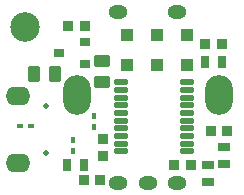
<source format=gbr>
%TF.GenerationSoftware,Altium Limited,Altium Designer,20.1.8 (145)*%
G04 Layer_Color=37055*
%FSLAX44Y44*%
%MOMM*%
%TF.SameCoordinates,E4642572-F947-42A3-9A2D-1DA0FD0549A1*%
%TF.FilePolarity,Negative*%
%TF.FileFunction,Soldermask,Top*%
%TF.Part,Single*%
G01*
G75*
%TA.AperFunction,ComponentPad*%
%ADD38C,0.5000*%
%ADD39O,2.1000X1.6000*%
G04:AMPARAMS|DCode=40|XSize=1.1mm|YSize=1.1mm|CornerRadius=0.055mm|HoleSize=0mm|Usage=FLASHONLY|Rotation=0.000|XOffset=0mm|YOffset=0mm|HoleType=Round|Shape=RoundedRectangle|*
%AMROUNDEDRECTD40*
21,1,1.1000,0.9900,0,0,0.0*
21,1,0.9900,1.1000,0,0,0.0*
1,1,0.1100,0.4950,-0.4950*
1,1,0.1100,-0.4950,-0.4950*
1,1,0.1100,-0.4950,0.4950*
1,1,0.1100,0.4950,0.4950*
%
%ADD40ROUNDEDRECTD40*%
G04:AMPARAMS|DCode=41|XSize=2.35mm|YSize=3.35mm|CornerRadius=1.175mm|HoleSize=0mm|Usage=FLASHONLY|Rotation=180.000|XOffset=0mm|YOffset=0mm|HoleType=Round|Shape=RoundedRectangle|*
%AMROUNDEDRECTD41*
21,1,2.3500,1.0000,0,0,180.0*
21,1,0.0000,3.3500,0,0,180.0*
1,1,2.3500,0.0000,0.5000*
1,1,2.3500,0.0000,0.5000*
1,1,2.3500,0.0000,-0.5000*
1,1,2.3500,0.0000,-0.5000*
%
%ADD41ROUNDEDRECTD41*%
%ADD42O,2.3500X3.3500*%
%ADD43O,1.6000X1.2000*%
%TA.AperFunction,WasherPad*%
%ADD44C,2.5000*%
%TA.AperFunction,SMDPad,CuDef*%
G04:AMPARAMS|DCode=47|XSize=1.35mm|YSize=0.95mm|CornerRadius=0.0543mm|HoleSize=0mm|Usage=FLASHONLY|Rotation=270.000|XOffset=0mm|YOffset=0mm|HoleType=Round|Shape=RoundedRectangle|*
%AMROUNDEDRECTD47*
21,1,1.3500,0.8415,0,0,270.0*
21,1,1.2415,0.9500,0,0,270.0*
1,1,0.1085,-0.4208,-0.6208*
1,1,0.1085,-0.4208,0.6208*
1,1,0.1085,0.4208,0.6208*
1,1,0.1085,0.4208,-0.6208*
%
%ADD47ROUNDEDRECTD47*%
G04:AMPARAMS|DCode=48|XSize=1.35mm|YSize=0.95mm|CornerRadius=0.0543mm|HoleSize=0mm|Usage=FLASHONLY|Rotation=0.000|XOffset=0mm|YOffset=0mm|HoleType=Round|Shape=RoundedRectangle|*
%AMROUNDEDRECTD48*
21,1,1.3500,0.8415,0,0,0.0*
21,1,1.2415,0.9500,0,0,0.0*
1,1,0.1085,0.6208,-0.4208*
1,1,0.1085,-0.6208,-0.4208*
1,1,0.1085,-0.6208,0.4208*
1,1,0.1085,0.6208,0.4208*
%
%ADD48ROUNDEDRECTD48*%
%ADD49O,1.2500X0.5000*%
G04:AMPARAMS|DCode=50|XSize=0.7mm|YSize=0.9mm|CornerRadius=0.053mm|HoleSize=0mm|Usage=FLASHONLY|Rotation=270.000|XOffset=0mm|YOffset=0mm|HoleType=Round|Shape=RoundedRectangle|*
%AMROUNDEDRECTD50*
21,1,0.7000,0.7940,0,0,270.0*
21,1,0.5940,0.9000,0,0,270.0*
1,1,0.1060,-0.3970,-0.2970*
1,1,0.1060,-0.3970,0.2970*
1,1,0.1060,0.3970,0.2970*
1,1,0.1060,0.3970,-0.2970*
%
%ADD50ROUNDEDRECTD50*%
G04:AMPARAMS|DCode=51|XSize=0.4mm|YSize=0.5mm|CornerRadius=0.0515mm|HoleSize=0mm|Usage=FLASHONLY|Rotation=90.000|XOffset=0mm|YOffset=0mm|HoleType=Round|Shape=RoundedRectangle|*
%AMROUNDEDRECTD51*
21,1,0.4000,0.3970,0,0,90.0*
21,1,0.2970,0.5000,0,0,90.0*
1,1,0.1030,0.1985,0.1485*
1,1,0.1030,0.1985,-0.1485*
1,1,0.1030,-0.1985,-0.1485*
1,1,0.1030,-0.1985,0.1485*
%
%ADD51ROUNDEDRECTD51*%
G04:AMPARAMS|DCode=52|XSize=0.4mm|YSize=0.5mm|CornerRadius=0.0515mm|HoleSize=0mm|Usage=FLASHONLY|Rotation=0.000|XOffset=0mm|YOffset=0mm|HoleType=Round|Shape=RoundedRectangle|*
%AMROUNDEDRECTD52*
21,1,0.4000,0.3970,0,0,0.0*
21,1,0.2970,0.5000,0,0,0.0*
1,1,0.1030,0.1485,-0.1985*
1,1,0.1030,-0.1485,-0.1985*
1,1,0.1030,-0.1485,0.1985*
1,1,0.1030,0.1485,0.1985*
%
%ADD52ROUNDEDRECTD52*%
G04:AMPARAMS|DCode=53|XSize=0.95mm|YSize=0.75mm|CornerRadius=0.0533mm|HoleSize=0mm|Usage=FLASHONLY|Rotation=270.000|XOffset=0mm|YOffset=0mm|HoleType=Round|Shape=RoundedRectangle|*
%AMROUNDEDRECTD53*
21,1,0.9500,0.6435,0,0,270.0*
21,1,0.8435,0.7500,0,0,270.0*
1,1,0.1065,-0.3218,-0.4218*
1,1,0.1065,-0.3218,0.4218*
1,1,0.1065,0.3218,0.4218*
1,1,0.1065,0.3218,-0.4218*
%
%ADD53ROUNDEDRECTD53*%
G04:AMPARAMS|DCode=54|XSize=0.9mm|YSize=0.8mm|CornerRadius=0.0535mm|HoleSize=0mm|Usage=FLASHONLY|Rotation=270.000|XOffset=0mm|YOffset=0mm|HoleType=Round|Shape=RoundedRectangle|*
%AMROUNDEDRECTD54*
21,1,0.9000,0.6930,0,0,270.0*
21,1,0.7930,0.8000,0,0,270.0*
1,1,0.1070,-0.3465,-0.3965*
1,1,0.1070,-0.3465,0.3965*
1,1,0.1070,0.3465,0.3965*
1,1,0.1070,0.3465,-0.3965*
%
%ADD54ROUNDEDRECTD54*%
G04:AMPARAMS|DCode=55|XSize=0.95mm|YSize=0.75mm|CornerRadius=0.0533mm|HoleSize=0mm|Usage=FLASHONLY|Rotation=0.000|XOffset=0mm|YOffset=0mm|HoleType=Round|Shape=RoundedRectangle|*
%AMROUNDEDRECTD55*
21,1,0.9500,0.6435,0,0,0.0*
21,1,0.8435,0.7500,0,0,0.0*
1,1,0.1065,0.4218,-0.3218*
1,1,0.1065,-0.4218,-0.3218*
1,1,0.1065,-0.4218,0.3218*
1,1,0.1065,0.4218,0.3218*
%
%ADD55ROUNDEDRECTD55*%
G04:AMPARAMS|DCode=56|XSize=0.9mm|YSize=0.8mm|CornerRadius=0.0535mm|HoleSize=0mm|Usage=FLASHONLY|Rotation=0.000|XOffset=0mm|YOffset=0mm|HoleType=Round|Shape=RoundedRectangle|*
%AMROUNDEDRECTD56*
21,1,0.9000,0.6930,0,0,0.0*
21,1,0.7930,0.8000,0,0,0.0*
1,1,0.1070,0.3965,-0.3465*
1,1,0.1070,-0.3965,-0.3465*
1,1,0.1070,-0.3965,0.3465*
1,1,0.1070,0.3965,0.3465*
%
%ADD56ROUNDEDRECTD56*%
D38*
X10068080Y10032784D02*
D03*
Y10072784D02*
D03*
D39*
X10044581Y10081085D02*
D03*
Y10024484D02*
D03*
D40*
X10187476Y10107590D02*
D03*
X10162076D02*
D03*
X10136677D02*
D03*
X10187476Y10132990D02*
D03*
X10136677D02*
D03*
X10162076D02*
D03*
D41*
X10214232Y10082476D02*
D03*
D42*
X10094232D02*
D03*
D43*
X10129232Y10152476D02*
D03*
X10179232D02*
D03*
X10154232Y10007476D02*
D03*
X10129232D02*
D03*
X10179232D02*
D03*
D44*
X10050000Y10140000D02*
D03*
D47*
X10075923Y10099819D02*
D03*
X10057923D02*
D03*
D48*
X10115812Y10110891D02*
D03*
Y10092891D02*
D03*
D49*
X10131824Y10092966D02*
D03*
Y10086466D02*
D03*
Y10079966D02*
D03*
Y10073466D02*
D03*
Y10066966D02*
D03*
Y10060466D02*
D03*
Y10053966D02*
D03*
Y10047466D02*
D03*
Y10040966D02*
D03*
Y10034466D02*
D03*
X10187824Y10092966D02*
D03*
Y10086466D02*
D03*
Y10079966D02*
D03*
Y10073466D02*
D03*
Y10066966D02*
D03*
Y10060466D02*
D03*
Y10053966D02*
D03*
Y10047466D02*
D03*
Y10040966D02*
D03*
Y10034466D02*
D03*
D50*
X10100889Y10108477D02*
D03*
Y10127477D02*
D03*
X10078889Y10117977D02*
D03*
D51*
X10045843Y10056094D02*
D03*
X10055342D02*
D03*
D52*
X10091341Y10044183D02*
D03*
Y10034683D02*
D03*
X10108622Y10055150D02*
D03*
Y10064650D02*
D03*
D53*
X10217408Y10110172D02*
D03*
X10202908D02*
D03*
X10100218Y10022648D02*
D03*
X10085718D02*
D03*
D54*
X10202908Y10125441D02*
D03*
X10216909D02*
D03*
X10190692Y10022648D02*
D03*
X10176692D02*
D03*
X10086888Y10140814D02*
D03*
X10100889D02*
D03*
X10114218Y10010016D02*
D03*
X10100218D02*
D03*
X10221392Y10051755D02*
D03*
X10207391D02*
D03*
D55*
X10204851Y10022648D02*
D03*
Y10008148D02*
D03*
X10218851Y10038531D02*
D03*
X10218851Y10024031D02*
D03*
D56*
X10116609Y10030703D02*
D03*
Y10044703D02*
D03*
%TF.MD5,0ae3fa50d466bc1148dea9e0f7d60f62*%
M02*

</source>
